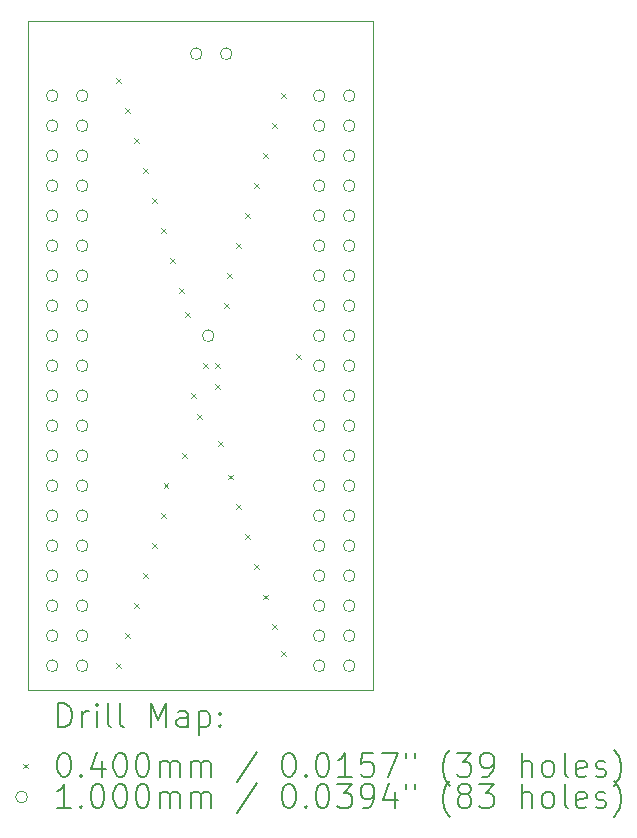
<source format=gbr>
%TF.GenerationSoftware,KiCad,Pcbnew,7.0.10*%
%TF.CreationDate,2024-08-03T14:28:46+12:00*%
%TF.ProjectId,Z80 Bus Adapter,5a383020-4275-4732-9041-646170746572,rev?*%
%TF.SameCoordinates,Original*%
%TF.FileFunction,Drillmap*%
%TF.FilePolarity,Positive*%
%FSLAX45Y45*%
G04 Gerber Fmt 4.5, Leading zero omitted, Abs format (unit mm)*
G04 Created by KiCad (PCBNEW 7.0.10) date 2024-08-03 14:28:46*
%MOMM*%
%LPD*%
G01*
G04 APERTURE LIST*
%ADD10C,0.100000*%
%ADD11C,0.200000*%
G04 APERTURE END LIST*
D10*
X9601200Y-9220200D02*
X9601200Y-3556000D01*
X9601200Y-3556000D02*
X12522200Y-3556000D01*
X12522200Y-9220200D02*
X9601200Y-9220200D01*
X12522200Y-3556000D02*
X12522200Y-9220200D01*
D11*
D10*
X10343200Y-4044000D02*
X10383200Y-4084000D01*
X10383200Y-4044000D02*
X10343200Y-4084000D01*
X10343200Y-8997000D02*
X10383200Y-9037000D01*
X10383200Y-8997000D02*
X10343200Y-9037000D01*
X10419400Y-4298000D02*
X10459400Y-4338000D01*
X10459400Y-4298000D02*
X10419400Y-4338000D01*
X10419400Y-8743000D02*
X10459400Y-8783000D01*
X10459400Y-8743000D02*
X10419400Y-8783000D01*
X10495600Y-4552000D02*
X10535600Y-4592000D01*
X10535600Y-4552000D02*
X10495600Y-4592000D01*
X10495600Y-8489000D02*
X10535600Y-8529000D01*
X10535600Y-8489000D02*
X10495600Y-8529000D01*
X10571800Y-4806000D02*
X10611800Y-4846000D01*
X10611800Y-4806000D02*
X10571800Y-4846000D01*
X10571800Y-8235000D02*
X10611800Y-8275000D01*
X10611800Y-8235000D02*
X10571800Y-8275000D01*
X10648000Y-5060000D02*
X10688000Y-5100000D01*
X10688000Y-5060000D02*
X10648000Y-5100000D01*
X10648000Y-7981000D02*
X10688000Y-8021000D01*
X10688000Y-7981000D02*
X10648000Y-8021000D01*
X10724200Y-5314000D02*
X10764200Y-5354000D01*
X10764200Y-5314000D02*
X10724200Y-5354000D01*
X10724200Y-7727000D02*
X10764200Y-7767000D01*
X10764200Y-7727000D02*
X10724200Y-7767000D01*
X10747750Y-7471150D02*
X10787750Y-7511150D01*
X10787750Y-7471150D02*
X10747750Y-7511150D01*
X10800400Y-5568000D02*
X10840400Y-5608000D01*
X10840400Y-5568000D02*
X10800400Y-5608000D01*
X10876600Y-5822000D02*
X10916600Y-5862000D01*
X10916600Y-5822000D02*
X10876600Y-5862000D01*
X10902000Y-7219000D02*
X10942000Y-7259000D01*
X10942000Y-7219000D02*
X10902000Y-7259000D01*
X10927400Y-6025200D02*
X10967400Y-6065200D01*
X10967400Y-6025200D02*
X10927400Y-6065200D01*
X10978200Y-6711000D02*
X11018200Y-6751000D01*
X11018200Y-6711000D02*
X10978200Y-6751000D01*
X11029000Y-6888800D02*
X11069000Y-6928800D01*
X11069000Y-6888800D02*
X11029000Y-6928800D01*
X11079800Y-6457000D02*
X11119800Y-6497000D01*
X11119800Y-6457000D02*
X11079800Y-6497000D01*
X11181400Y-6457000D02*
X11221400Y-6497000D01*
X11221400Y-6457000D02*
X11181400Y-6497000D01*
X11181400Y-6634800D02*
X11221400Y-6674800D01*
X11221400Y-6634800D02*
X11181400Y-6674800D01*
X11206800Y-7117400D02*
X11246800Y-7157400D01*
X11246800Y-7117400D02*
X11206800Y-7157400D01*
X11257600Y-5949000D02*
X11297600Y-5989000D01*
X11297600Y-5949000D02*
X11257600Y-5989000D01*
X11283000Y-5695000D02*
X11323000Y-5735000D01*
X11323000Y-5695000D02*
X11283000Y-5735000D01*
X11295700Y-7400500D02*
X11335700Y-7440500D01*
X11335700Y-7400500D02*
X11295700Y-7440500D01*
X11359200Y-5441000D02*
X11399200Y-5481000D01*
X11399200Y-5441000D02*
X11359200Y-5481000D01*
X11359200Y-7650800D02*
X11399200Y-7690800D01*
X11399200Y-7650800D02*
X11359200Y-7690800D01*
X11435400Y-5187000D02*
X11475400Y-5227000D01*
X11475400Y-5187000D02*
X11435400Y-5227000D01*
X11435400Y-7904800D02*
X11475400Y-7944800D01*
X11475400Y-7904800D02*
X11435400Y-7944800D01*
X11511600Y-4933000D02*
X11551600Y-4973000D01*
X11551600Y-4933000D02*
X11511600Y-4973000D01*
X11511600Y-8158800D02*
X11551600Y-8198800D01*
X11551600Y-8158800D02*
X11511600Y-8198800D01*
X11587800Y-4679000D02*
X11627800Y-4719000D01*
X11627800Y-4679000D02*
X11587800Y-4719000D01*
X11587800Y-8416500D02*
X11627800Y-8456500D01*
X11627800Y-8416500D02*
X11587800Y-8456500D01*
X11664000Y-4425000D02*
X11704000Y-4465000D01*
X11704000Y-4425000D02*
X11664000Y-4465000D01*
X11664000Y-8666800D02*
X11704000Y-8706800D01*
X11704000Y-8666800D02*
X11664000Y-8706800D01*
X11740200Y-4171000D02*
X11780200Y-4211000D01*
X11780200Y-4171000D02*
X11740200Y-4211000D01*
X11740200Y-8895400D02*
X11780200Y-8935400D01*
X11780200Y-8895400D02*
X11740200Y-8935400D01*
X11867200Y-6380800D02*
X11907200Y-6420800D01*
X11907200Y-6380800D02*
X11867200Y-6420800D01*
X9854400Y-4191000D02*
G75*
G03*
X9754400Y-4191000I-50000J0D01*
G01*
X9754400Y-4191000D02*
G75*
G03*
X9854400Y-4191000I50000J0D01*
G01*
X9854400Y-4445000D02*
G75*
G03*
X9754400Y-4445000I-50000J0D01*
G01*
X9754400Y-4445000D02*
G75*
G03*
X9854400Y-4445000I50000J0D01*
G01*
X9854400Y-4699000D02*
G75*
G03*
X9754400Y-4699000I-50000J0D01*
G01*
X9754400Y-4699000D02*
G75*
G03*
X9854400Y-4699000I50000J0D01*
G01*
X9854400Y-4953000D02*
G75*
G03*
X9754400Y-4953000I-50000J0D01*
G01*
X9754400Y-4953000D02*
G75*
G03*
X9854400Y-4953000I50000J0D01*
G01*
X9854400Y-5207000D02*
G75*
G03*
X9754400Y-5207000I-50000J0D01*
G01*
X9754400Y-5207000D02*
G75*
G03*
X9854400Y-5207000I50000J0D01*
G01*
X9854400Y-5461000D02*
G75*
G03*
X9754400Y-5461000I-50000J0D01*
G01*
X9754400Y-5461000D02*
G75*
G03*
X9854400Y-5461000I50000J0D01*
G01*
X9854400Y-5715000D02*
G75*
G03*
X9754400Y-5715000I-50000J0D01*
G01*
X9754400Y-5715000D02*
G75*
G03*
X9854400Y-5715000I50000J0D01*
G01*
X9854400Y-5969000D02*
G75*
G03*
X9754400Y-5969000I-50000J0D01*
G01*
X9754400Y-5969000D02*
G75*
G03*
X9854400Y-5969000I50000J0D01*
G01*
X9854400Y-6223000D02*
G75*
G03*
X9754400Y-6223000I-50000J0D01*
G01*
X9754400Y-6223000D02*
G75*
G03*
X9854400Y-6223000I50000J0D01*
G01*
X9854400Y-6477000D02*
G75*
G03*
X9754400Y-6477000I-50000J0D01*
G01*
X9754400Y-6477000D02*
G75*
G03*
X9854400Y-6477000I50000J0D01*
G01*
X9854400Y-6731000D02*
G75*
G03*
X9754400Y-6731000I-50000J0D01*
G01*
X9754400Y-6731000D02*
G75*
G03*
X9854400Y-6731000I50000J0D01*
G01*
X9854400Y-6985000D02*
G75*
G03*
X9754400Y-6985000I-50000J0D01*
G01*
X9754400Y-6985000D02*
G75*
G03*
X9854400Y-6985000I50000J0D01*
G01*
X9854400Y-7239000D02*
G75*
G03*
X9754400Y-7239000I-50000J0D01*
G01*
X9754400Y-7239000D02*
G75*
G03*
X9854400Y-7239000I50000J0D01*
G01*
X9854400Y-7493000D02*
G75*
G03*
X9754400Y-7493000I-50000J0D01*
G01*
X9754400Y-7493000D02*
G75*
G03*
X9854400Y-7493000I50000J0D01*
G01*
X9854400Y-7747000D02*
G75*
G03*
X9754400Y-7747000I-50000J0D01*
G01*
X9754400Y-7747000D02*
G75*
G03*
X9854400Y-7747000I50000J0D01*
G01*
X9854400Y-8001000D02*
G75*
G03*
X9754400Y-8001000I-50000J0D01*
G01*
X9754400Y-8001000D02*
G75*
G03*
X9854400Y-8001000I50000J0D01*
G01*
X9854400Y-8255000D02*
G75*
G03*
X9754400Y-8255000I-50000J0D01*
G01*
X9754400Y-8255000D02*
G75*
G03*
X9854400Y-8255000I50000J0D01*
G01*
X9854400Y-8509000D02*
G75*
G03*
X9754400Y-8509000I-50000J0D01*
G01*
X9754400Y-8509000D02*
G75*
G03*
X9854400Y-8509000I50000J0D01*
G01*
X9854400Y-8763000D02*
G75*
G03*
X9754400Y-8763000I-50000J0D01*
G01*
X9754400Y-8763000D02*
G75*
G03*
X9854400Y-8763000I50000J0D01*
G01*
X9854400Y-9017000D02*
G75*
G03*
X9754400Y-9017000I-50000J0D01*
G01*
X9754400Y-9017000D02*
G75*
G03*
X9854400Y-9017000I50000J0D01*
G01*
X10108400Y-4191000D02*
G75*
G03*
X10008400Y-4191000I-50000J0D01*
G01*
X10008400Y-4191000D02*
G75*
G03*
X10108400Y-4191000I50000J0D01*
G01*
X10108400Y-4445000D02*
G75*
G03*
X10008400Y-4445000I-50000J0D01*
G01*
X10008400Y-4445000D02*
G75*
G03*
X10108400Y-4445000I50000J0D01*
G01*
X10108400Y-4699000D02*
G75*
G03*
X10008400Y-4699000I-50000J0D01*
G01*
X10008400Y-4699000D02*
G75*
G03*
X10108400Y-4699000I50000J0D01*
G01*
X10108400Y-4953000D02*
G75*
G03*
X10008400Y-4953000I-50000J0D01*
G01*
X10008400Y-4953000D02*
G75*
G03*
X10108400Y-4953000I50000J0D01*
G01*
X10108400Y-5207000D02*
G75*
G03*
X10008400Y-5207000I-50000J0D01*
G01*
X10008400Y-5207000D02*
G75*
G03*
X10108400Y-5207000I50000J0D01*
G01*
X10108400Y-5461000D02*
G75*
G03*
X10008400Y-5461000I-50000J0D01*
G01*
X10008400Y-5461000D02*
G75*
G03*
X10108400Y-5461000I50000J0D01*
G01*
X10108400Y-5715000D02*
G75*
G03*
X10008400Y-5715000I-50000J0D01*
G01*
X10008400Y-5715000D02*
G75*
G03*
X10108400Y-5715000I50000J0D01*
G01*
X10108400Y-5969000D02*
G75*
G03*
X10008400Y-5969000I-50000J0D01*
G01*
X10008400Y-5969000D02*
G75*
G03*
X10108400Y-5969000I50000J0D01*
G01*
X10108400Y-6223000D02*
G75*
G03*
X10008400Y-6223000I-50000J0D01*
G01*
X10008400Y-6223000D02*
G75*
G03*
X10108400Y-6223000I50000J0D01*
G01*
X10108400Y-6477000D02*
G75*
G03*
X10008400Y-6477000I-50000J0D01*
G01*
X10008400Y-6477000D02*
G75*
G03*
X10108400Y-6477000I50000J0D01*
G01*
X10108400Y-6731000D02*
G75*
G03*
X10008400Y-6731000I-50000J0D01*
G01*
X10008400Y-6731000D02*
G75*
G03*
X10108400Y-6731000I50000J0D01*
G01*
X10108400Y-6985000D02*
G75*
G03*
X10008400Y-6985000I-50000J0D01*
G01*
X10008400Y-6985000D02*
G75*
G03*
X10108400Y-6985000I50000J0D01*
G01*
X10108400Y-7239000D02*
G75*
G03*
X10008400Y-7239000I-50000J0D01*
G01*
X10008400Y-7239000D02*
G75*
G03*
X10108400Y-7239000I50000J0D01*
G01*
X10108400Y-7493000D02*
G75*
G03*
X10008400Y-7493000I-50000J0D01*
G01*
X10008400Y-7493000D02*
G75*
G03*
X10108400Y-7493000I50000J0D01*
G01*
X10108400Y-7747000D02*
G75*
G03*
X10008400Y-7747000I-50000J0D01*
G01*
X10008400Y-7747000D02*
G75*
G03*
X10108400Y-7747000I50000J0D01*
G01*
X10108400Y-8001000D02*
G75*
G03*
X10008400Y-8001000I-50000J0D01*
G01*
X10008400Y-8001000D02*
G75*
G03*
X10108400Y-8001000I50000J0D01*
G01*
X10108400Y-8255000D02*
G75*
G03*
X10008400Y-8255000I-50000J0D01*
G01*
X10008400Y-8255000D02*
G75*
G03*
X10108400Y-8255000I50000J0D01*
G01*
X10108400Y-8509000D02*
G75*
G03*
X10008400Y-8509000I-50000J0D01*
G01*
X10008400Y-8509000D02*
G75*
G03*
X10108400Y-8509000I50000J0D01*
G01*
X10108400Y-8763000D02*
G75*
G03*
X10008400Y-8763000I-50000J0D01*
G01*
X10008400Y-8763000D02*
G75*
G03*
X10108400Y-8763000I50000J0D01*
G01*
X10108400Y-9017000D02*
G75*
G03*
X10008400Y-9017000I-50000J0D01*
G01*
X10008400Y-9017000D02*
G75*
G03*
X10108400Y-9017000I50000J0D01*
G01*
X11073600Y-3835400D02*
G75*
G03*
X10973600Y-3835400I-50000J0D01*
G01*
X10973600Y-3835400D02*
G75*
G03*
X11073600Y-3835400I50000J0D01*
G01*
X11175200Y-6223000D02*
G75*
G03*
X11075200Y-6223000I-50000J0D01*
G01*
X11075200Y-6223000D02*
G75*
G03*
X11175200Y-6223000I50000J0D01*
G01*
X11327600Y-3835400D02*
G75*
G03*
X11227600Y-3835400I-50000J0D01*
G01*
X11227600Y-3835400D02*
G75*
G03*
X11327600Y-3835400I50000J0D01*
G01*
X12115000Y-4191000D02*
G75*
G03*
X12015000Y-4191000I-50000J0D01*
G01*
X12015000Y-4191000D02*
G75*
G03*
X12115000Y-4191000I50000J0D01*
G01*
X12115000Y-4445000D02*
G75*
G03*
X12015000Y-4445000I-50000J0D01*
G01*
X12015000Y-4445000D02*
G75*
G03*
X12115000Y-4445000I50000J0D01*
G01*
X12115000Y-4699000D02*
G75*
G03*
X12015000Y-4699000I-50000J0D01*
G01*
X12015000Y-4699000D02*
G75*
G03*
X12115000Y-4699000I50000J0D01*
G01*
X12115000Y-4953000D02*
G75*
G03*
X12015000Y-4953000I-50000J0D01*
G01*
X12015000Y-4953000D02*
G75*
G03*
X12115000Y-4953000I50000J0D01*
G01*
X12115000Y-5207000D02*
G75*
G03*
X12015000Y-5207000I-50000J0D01*
G01*
X12015000Y-5207000D02*
G75*
G03*
X12115000Y-5207000I50000J0D01*
G01*
X12115000Y-5461000D02*
G75*
G03*
X12015000Y-5461000I-50000J0D01*
G01*
X12015000Y-5461000D02*
G75*
G03*
X12115000Y-5461000I50000J0D01*
G01*
X12115000Y-5715000D02*
G75*
G03*
X12015000Y-5715000I-50000J0D01*
G01*
X12015000Y-5715000D02*
G75*
G03*
X12115000Y-5715000I50000J0D01*
G01*
X12115000Y-5969000D02*
G75*
G03*
X12015000Y-5969000I-50000J0D01*
G01*
X12015000Y-5969000D02*
G75*
G03*
X12115000Y-5969000I50000J0D01*
G01*
X12115000Y-6223000D02*
G75*
G03*
X12015000Y-6223000I-50000J0D01*
G01*
X12015000Y-6223000D02*
G75*
G03*
X12115000Y-6223000I50000J0D01*
G01*
X12115000Y-6477000D02*
G75*
G03*
X12015000Y-6477000I-50000J0D01*
G01*
X12015000Y-6477000D02*
G75*
G03*
X12115000Y-6477000I50000J0D01*
G01*
X12115000Y-6731000D02*
G75*
G03*
X12015000Y-6731000I-50000J0D01*
G01*
X12015000Y-6731000D02*
G75*
G03*
X12115000Y-6731000I50000J0D01*
G01*
X12115000Y-6985000D02*
G75*
G03*
X12015000Y-6985000I-50000J0D01*
G01*
X12015000Y-6985000D02*
G75*
G03*
X12115000Y-6985000I50000J0D01*
G01*
X12115000Y-7239000D02*
G75*
G03*
X12015000Y-7239000I-50000J0D01*
G01*
X12015000Y-7239000D02*
G75*
G03*
X12115000Y-7239000I50000J0D01*
G01*
X12115000Y-7493000D02*
G75*
G03*
X12015000Y-7493000I-50000J0D01*
G01*
X12015000Y-7493000D02*
G75*
G03*
X12115000Y-7493000I50000J0D01*
G01*
X12115000Y-7747000D02*
G75*
G03*
X12015000Y-7747000I-50000J0D01*
G01*
X12015000Y-7747000D02*
G75*
G03*
X12115000Y-7747000I50000J0D01*
G01*
X12115000Y-8001000D02*
G75*
G03*
X12015000Y-8001000I-50000J0D01*
G01*
X12015000Y-8001000D02*
G75*
G03*
X12115000Y-8001000I50000J0D01*
G01*
X12115000Y-8255000D02*
G75*
G03*
X12015000Y-8255000I-50000J0D01*
G01*
X12015000Y-8255000D02*
G75*
G03*
X12115000Y-8255000I50000J0D01*
G01*
X12115000Y-8509000D02*
G75*
G03*
X12015000Y-8509000I-50000J0D01*
G01*
X12015000Y-8509000D02*
G75*
G03*
X12115000Y-8509000I50000J0D01*
G01*
X12115000Y-8763000D02*
G75*
G03*
X12015000Y-8763000I-50000J0D01*
G01*
X12015000Y-8763000D02*
G75*
G03*
X12115000Y-8763000I50000J0D01*
G01*
X12115000Y-9017000D02*
G75*
G03*
X12015000Y-9017000I-50000J0D01*
G01*
X12015000Y-9017000D02*
G75*
G03*
X12115000Y-9017000I50000J0D01*
G01*
X12369000Y-4191000D02*
G75*
G03*
X12269000Y-4191000I-50000J0D01*
G01*
X12269000Y-4191000D02*
G75*
G03*
X12369000Y-4191000I50000J0D01*
G01*
X12369000Y-4445000D02*
G75*
G03*
X12269000Y-4445000I-50000J0D01*
G01*
X12269000Y-4445000D02*
G75*
G03*
X12369000Y-4445000I50000J0D01*
G01*
X12369000Y-4699000D02*
G75*
G03*
X12269000Y-4699000I-50000J0D01*
G01*
X12269000Y-4699000D02*
G75*
G03*
X12369000Y-4699000I50000J0D01*
G01*
X12369000Y-4953000D02*
G75*
G03*
X12269000Y-4953000I-50000J0D01*
G01*
X12269000Y-4953000D02*
G75*
G03*
X12369000Y-4953000I50000J0D01*
G01*
X12369000Y-5207000D02*
G75*
G03*
X12269000Y-5207000I-50000J0D01*
G01*
X12269000Y-5207000D02*
G75*
G03*
X12369000Y-5207000I50000J0D01*
G01*
X12369000Y-5461000D02*
G75*
G03*
X12269000Y-5461000I-50000J0D01*
G01*
X12269000Y-5461000D02*
G75*
G03*
X12369000Y-5461000I50000J0D01*
G01*
X12369000Y-5715000D02*
G75*
G03*
X12269000Y-5715000I-50000J0D01*
G01*
X12269000Y-5715000D02*
G75*
G03*
X12369000Y-5715000I50000J0D01*
G01*
X12369000Y-5969000D02*
G75*
G03*
X12269000Y-5969000I-50000J0D01*
G01*
X12269000Y-5969000D02*
G75*
G03*
X12369000Y-5969000I50000J0D01*
G01*
X12369000Y-6223000D02*
G75*
G03*
X12269000Y-6223000I-50000J0D01*
G01*
X12269000Y-6223000D02*
G75*
G03*
X12369000Y-6223000I50000J0D01*
G01*
X12369000Y-6477000D02*
G75*
G03*
X12269000Y-6477000I-50000J0D01*
G01*
X12269000Y-6477000D02*
G75*
G03*
X12369000Y-6477000I50000J0D01*
G01*
X12369000Y-6731000D02*
G75*
G03*
X12269000Y-6731000I-50000J0D01*
G01*
X12269000Y-6731000D02*
G75*
G03*
X12369000Y-6731000I50000J0D01*
G01*
X12369000Y-6985000D02*
G75*
G03*
X12269000Y-6985000I-50000J0D01*
G01*
X12269000Y-6985000D02*
G75*
G03*
X12369000Y-6985000I50000J0D01*
G01*
X12369000Y-7239000D02*
G75*
G03*
X12269000Y-7239000I-50000J0D01*
G01*
X12269000Y-7239000D02*
G75*
G03*
X12369000Y-7239000I50000J0D01*
G01*
X12369000Y-7493000D02*
G75*
G03*
X12269000Y-7493000I-50000J0D01*
G01*
X12269000Y-7493000D02*
G75*
G03*
X12369000Y-7493000I50000J0D01*
G01*
X12369000Y-7747000D02*
G75*
G03*
X12269000Y-7747000I-50000J0D01*
G01*
X12269000Y-7747000D02*
G75*
G03*
X12369000Y-7747000I50000J0D01*
G01*
X12369000Y-8001000D02*
G75*
G03*
X12269000Y-8001000I-50000J0D01*
G01*
X12269000Y-8001000D02*
G75*
G03*
X12369000Y-8001000I50000J0D01*
G01*
X12369000Y-8255000D02*
G75*
G03*
X12269000Y-8255000I-50000J0D01*
G01*
X12269000Y-8255000D02*
G75*
G03*
X12369000Y-8255000I50000J0D01*
G01*
X12369000Y-8509000D02*
G75*
G03*
X12269000Y-8509000I-50000J0D01*
G01*
X12269000Y-8509000D02*
G75*
G03*
X12369000Y-8509000I50000J0D01*
G01*
X12369000Y-8763000D02*
G75*
G03*
X12269000Y-8763000I-50000J0D01*
G01*
X12269000Y-8763000D02*
G75*
G03*
X12369000Y-8763000I50000J0D01*
G01*
X12369000Y-9017000D02*
G75*
G03*
X12269000Y-9017000I-50000J0D01*
G01*
X12269000Y-9017000D02*
G75*
G03*
X12369000Y-9017000I50000J0D01*
G01*
D11*
X9856977Y-9536684D02*
X9856977Y-9336684D01*
X9856977Y-9336684D02*
X9904596Y-9336684D01*
X9904596Y-9336684D02*
X9933167Y-9346208D01*
X9933167Y-9346208D02*
X9952215Y-9365255D01*
X9952215Y-9365255D02*
X9961739Y-9384303D01*
X9961739Y-9384303D02*
X9971263Y-9422398D01*
X9971263Y-9422398D02*
X9971263Y-9450970D01*
X9971263Y-9450970D02*
X9961739Y-9489065D01*
X9961739Y-9489065D02*
X9952215Y-9508112D01*
X9952215Y-9508112D02*
X9933167Y-9527160D01*
X9933167Y-9527160D02*
X9904596Y-9536684D01*
X9904596Y-9536684D02*
X9856977Y-9536684D01*
X10056977Y-9536684D02*
X10056977Y-9403350D01*
X10056977Y-9441446D02*
X10066501Y-9422398D01*
X10066501Y-9422398D02*
X10076024Y-9412874D01*
X10076024Y-9412874D02*
X10095072Y-9403350D01*
X10095072Y-9403350D02*
X10114120Y-9403350D01*
X10180786Y-9536684D02*
X10180786Y-9403350D01*
X10180786Y-9336684D02*
X10171263Y-9346208D01*
X10171263Y-9346208D02*
X10180786Y-9355731D01*
X10180786Y-9355731D02*
X10190310Y-9346208D01*
X10190310Y-9346208D02*
X10180786Y-9336684D01*
X10180786Y-9336684D02*
X10180786Y-9355731D01*
X10304596Y-9536684D02*
X10285548Y-9527160D01*
X10285548Y-9527160D02*
X10276024Y-9508112D01*
X10276024Y-9508112D02*
X10276024Y-9336684D01*
X10409358Y-9536684D02*
X10390310Y-9527160D01*
X10390310Y-9527160D02*
X10380786Y-9508112D01*
X10380786Y-9508112D02*
X10380786Y-9336684D01*
X10637929Y-9536684D02*
X10637929Y-9336684D01*
X10637929Y-9336684D02*
X10704596Y-9479541D01*
X10704596Y-9479541D02*
X10771263Y-9336684D01*
X10771263Y-9336684D02*
X10771263Y-9536684D01*
X10952215Y-9536684D02*
X10952215Y-9431922D01*
X10952215Y-9431922D02*
X10942691Y-9412874D01*
X10942691Y-9412874D02*
X10923644Y-9403350D01*
X10923644Y-9403350D02*
X10885548Y-9403350D01*
X10885548Y-9403350D02*
X10866501Y-9412874D01*
X10952215Y-9527160D02*
X10933167Y-9536684D01*
X10933167Y-9536684D02*
X10885548Y-9536684D01*
X10885548Y-9536684D02*
X10866501Y-9527160D01*
X10866501Y-9527160D02*
X10856977Y-9508112D01*
X10856977Y-9508112D02*
X10856977Y-9489065D01*
X10856977Y-9489065D02*
X10866501Y-9470017D01*
X10866501Y-9470017D02*
X10885548Y-9460493D01*
X10885548Y-9460493D02*
X10933167Y-9460493D01*
X10933167Y-9460493D02*
X10952215Y-9450970D01*
X11047453Y-9403350D02*
X11047453Y-9603350D01*
X11047453Y-9412874D02*
X11066501Y-9403350D01*
X11066501Y-9403350D02*
X11104596Y-9403350D01*
X11104596Y-9403350D02*
X11123644Y-9412874D01*
X11123644Y-9412874D02*
X11133167Y-9422398D01*
X11133167Y-9422398D02*
X11142691Y-9441446D01*
X11142691Y-9441446D02*
X11142691Y-9498589D01*
X11142691Y-9498589D02*
X11133167Y-9517636D01*
X11133167Y-9517636D02*
X11123644Y-9527160D01*
X11123644Y-9527160D02*
X11104596Y-9536684D01*
X11104596Y-9536684D02*
X11066501Y-9536684D01*
X11066501Y-9536684D02*
X11047453Y-9527160D01*
X11228405Y-9517636D02*
X11237929Y-9527160D01*
X11237929Y-9527160D02*
X11228405Y-9536684D01*
X11228405Y-9536684D02*
X11218882Y-9527160D01*
X11218882Y-9527160D02*
X11228405Y-9517636D01*
X11228405Y-9517636D02*
X11228405Y-9536684D01*
X11228405Y-9412874D02*
X11237929Y-9422398D01*
X11237929Y-9422398D02*
X11228405Y-9431922D01*
X11228405Y-9431922D02*
X11218882Y-9422398D01*
X11218882Y-9422398D02*
X11228405Y-9412874D01*
X11228405Y-9412874D02*
X11228405Y-9431922D01*
D10*
X9556200Y-9845200D02*
X9596200Y-9885200D01*
X9596200Y-9845200D02*
X9556200Y-9885200D01*
D11*
X9895072Y-9756684D02*
X9914120Y-9756684D01*
X9914120Y-9756684D02*
X9933167Y-9766208D01*
X9933167Y-9766208D02*
X9942691Y-9775731D01*
X9942691Y-9775731D02*
X9952215Y-9794779D01*
X9952215Y-9794779D02*
X9961739Y-9832874D01*
X9961739Y-9832874D02*
X9961739Y-9880493D01*
X9961739Y-9880493D02*
X9952215Y-9918589D01*
X9952215Y-9918589D02*
X9942691Y-9937636D01*
X9942691Y-9937636D02*
X9933167Y-9947160D01*
X9933167Y-9947160D02*
X9914120Y-9956684D01*
X9914120Y-9956684D02*
X9895072Y-9956684D01*
X9895072Y-9956684D02*
X9876024Y-9947160D01*
X9876024Y-9947160D02*
X9866501Y-9937636D01*
X9866501Y-9937636D02*
X9856977Y-9918589D01*
X9856977Y-9918589D02*
X9847453Y-9880493D01*
X9847453Y-9880493D02*
X9847453Y-9832874D01*
X9847453Y-9832874D02*
X9856977Y-9794779D01*
X9856977Y-9794779D02*
X9866501Y-9775731D01*
X9866501Y-9775731D02*
X9876024Y-9766208D01*
X9876024Y-9766208D02*
X9895072Y-9756684D01*
X10047453Y-9937636D02*
X10056977Y-9947160D01*
X10056977Y-9947160D02*
X10047453Y-9956684D01*
X10047453Y-9956684D02*
X10037929Y-9947160D01*
X10037929Y-9947160D02*
X10047453Y-9937636D01*
X10047453Y-9937636D02*
X10047453Y-9956684D01*
X10228405Y-9823350D02*
X10228405Y-9956684D01*
X10180786Y-9747160D02*
X10133167Y-9890017D01*
X10133167Y-9890017D02*
X10256977Y-9890017D01*
X10371263Y-9756684D02*
X10390310Y-9756684D01*
X10390310Y-9756684D02*
X10409358Y-9766208D01*
X10409358Y-9766208D02*
X10418882Y-9775731D01*
X10418882Y-9775731D02*
X10428405Y-9794779D01*
X10428405Y-9794779D02*
X10437929Y-9832874D01*
X10437929Y-9832874D02*
X10437929Y-9880493D01*
X10437929Y-9880493D02*
X10428405Y-9918589D01*
X10428405Y-9918589D02*
X10418882Y-9937636D01*
X10418882Y-9937636D02*
X10409358Y-9947160D01*
X10409358Y-9947160D02*
X10390310Y-9956684D01*
X10390310Y-9956684D02*
X10371263Y-9956684D01*
X10371263Y-9956684D02*
X10352215Y-9947160D01*
X10352215Y-9947160D02*
X10342691Y-9937636D01*
X10342691Y-9937636D02*
X10333167Y-9918589D01*
X10333167Y-9918589D02*
X10323644Y-9880493D01*
X10323644Y-9880493D02*
X10323644Y-9832874D01*
X10323644Y-9832874D02*
X10333167Y-9794779D01*
X10333167Y-9794779D02*
X10342691Y-9775731D01*
X10342691Y-9775731D02*
X10352215Y-9766208D01*
X10352215Y-9766208D02*
X10371263Y-9756684D01*
X10561739Y-9756684D02*
X10580786Y-9756684D01*
X10580786Y-9756684D02*
X10599834Y-9766208D01*
X10599834Y-9766208D02*
X10609358Y-9775731D01*
X10609358Y-9775731D02*
X10618882Y-9794779D01*
X10618882Y-9794779D02*
X10628405Y-9832874D01*
X10628405Y-9832874D02*
X10628405Y-9880493D01*
X10628405Y-9880493D02*
X10618882Y-9918589D01*
X10618882Y-9918589D02*
X10609358Y-9937636D01*
X10609358Y-9937636D02*
X10599834Y-9947160D01*
X10599834Y-9947160D02*
X10580786Y-9956684D01*
X10580786Y-9956684D02*
X10561739Y-9956684D01*
X10561739Y-9956684D02*
X10542691Y-9947160D01*
X10542691Y-9947160D02*
X10533167Y-9937636D01*
X10533167Y-9937636D02*
X10523644Y-9918589D01*
X10523644Y-9918589D02*
X10514120Y-9880493D01*
X10514120Y-9880493D02*
X10514120Y-9832874D01*
X10514120Y-9832874D02*
X10523644Y-9794779D01*
X10523644Y-9794779D02*
X10533167Y-9775731D01*
X10533167Y-9775731D02*
X10542691Y-9766208D01*
X10542691Y-9766208D02*
X10561739Y-9756684D01*
X10714120Y-9956684D02*
X10714120Y-9823350D01*
X10714120Y-9842398D02*
X10723644Y-9832874D01*
X10723644Y-9832874D02*
X10742691Y-9823350D01*
X10742691Y-9823350D02*
X10771263Y-9823350D01*
X10771263Y-9823350D02*
X10790310Y-9832874D01*
X10790310Y-9832874D02*
X10799834Y-9851922D01*
X10799834Y-9851922D02*
X10799834Y-9956684D01*
X10799834Y-9851922D02*
X10809358Y-9832874D01*
X10809358Y-9832874D02*
X10828405Y-9823350D01*
X10828405Y-9823350D02*
X10856977Y-9823350D01*
X10856977Y-9823350D02*
X10876025Y-9832874D01*
X10876025Y-9832874D02*
X10885548Y-9851922D01*
X10885548Y-9851922D02*
X10885548Y-9956684D01*
X10980786Y-9956684D02*
X10980786Y-9823350D01*
X10980786Y-9842398D02*
X10990310Y-9832874D01*
X10990310Y-9832874D02*
X11009358Y-9823350D01*
X11009358Y-9823350D02*
X11037929Y-9823350D01*
X11037929Y-9823350D02*
X11056977Y-9832874D01*
X11056977Y-9832874D02*
X11066501Y-9851922D01*
X11066501Y-9851922D02*
X11066501Y-9956684D01*
X11066501Y-9851922D02*
X11076025Y-9832874D01*
X11076025Y-9832874D02*
X11095072Y-9823350D01*
X11095072Y-9823350D02*
X11123644Y-9823350D01*
X11123644Y-9823350D02*
X11142691Y-9832874D01*
X11142691Y-9832874D02*
X11152215Y-9851922D01*
X11152215Y-9851922D02*
X11152215Y-9956684D01*
X11542691Y-9747160D02*
X11371263Y-10004303D01*
X11799834Y-9756684D02*
X11818882Y-9756684D01*
X11818882Y-9756684D02*
X11837929Y-9766208D01*
X11837929Y-9766208D02*
X11847453Y-9775731D01*
X11847453Y-9775731D02*
X11856977Y-9794779D01*
X11856977Y-9794779D02*
X11866501Y-9832874D01*
X11866501Y-9832874D02*
X11866501Y-9880493D01*
X11866501Y-9880493D02*
X11856977Y-9918589D01*
X11856977Y-9918589D02*
X11847453Y-9937636D01*
X11847453Y-9937636D02*
X11837929Y-9947160D01*
X11837929Y-9947160D02*
X11818882Y-9956684D01*
X11818882Y-9956684D02*
X11799834Y-9956684D01*
X11799834Y-9956684D02*
X11780786Y-9947160D01*
X11780786Y-9947160D02*
X11771263Y-9937636D01*
X11771263Y-9937636D02*
X11761739Y-9918589D01*
X11761739Y-9918589D02*
X11752215Y-9880493D01*
X11752215Y-9880493D02*
X11752215Y-9832874D01*
X11752215Y-9832874D02*
X11761739Y-9794779D01*
X11761739Y-9794779D02*
X11771263Y-9775731D01*
X11771263Y-9775731D02*
X11780786Y-9766208D01*
X11780786Y-9766208D02*
X11799834Y-9756684D01*
X11952215Y-9937636D02*
X11961739Y-9947160D01*
X11961739Y-9947160D02*
X11952215Y-9956684D01*
X11952215Y-9956684D02*
X11942691Y-9947160D01*
X11942691Y-9947160D02*
X11952215Y-9937636D01*
X11952215Y-9937636D02*
X11952215Y-9956684D01*
X12085548Y-9756684D02*
X12104596Y-9756684D01*
X12104596Y-9756684D02*
X12123644Y-9766208D01*
X12123644Y-9766208D02*
X12133167Y-9775731D01*
X12133167Y-9775731D02*
X12142691Y-9794779D01*
X12142691Y-9794779D02*
X12152215Y-9832874D01*
X12152215Y-9832874D02*
X12152215Y-9880493D01*
X12152215Y-9880493D02*
X12142691Y-9918589D01*
X12142691Y-9918589D02*
X12133167Y-9937636D01*
X12133167Y-9937636D02*
X12123644Y-9947160D01*
X12123644Y-9947160D02*
X12104596Y-9956684D01*
X12104596Y-9956684D02*
X12085548Y-9956684D01*
X12085548Y-9956684D02*
X12066501Y-9947160D01*
X12066501Y-9947160D02*
X12056977Y-9937636D01*
X12056977Y-9937636D02*
X12047453Y-9918589D01*
X12047453Y-9918589D02*
X12037929Y-9880493D01*
X12037929Y-9880493D02*
X12037929Y-9832874D01*
X12037929Y-9832874D02*
X12047453Y-9794779D01*
X12047453Y-9794779D02*
X12056977Y-9775731D01*
X12056977Y-9775731D02*
X12066501Y-9766208D01*
X12066501Y-9766208D02*
X12085548Y-9756684D01*
X12342691Y-9956684D02*
X12228406Y-9956684D01*
X12285548Y-9956684D02*
X12285548Y-9756684D01*
X12285548Y-9756684D02*
X12266501Y-9785255D01*
X12266501Y-9785255D02*
X12247453Y-9804303D01*
X12247453Y-9804303D02*
X12228406Y-9813827D01*
X12523644Y-9756684D02*
X12428406Y-9756684D01*
X12428406Y-9756684D02*
X12418882Y-9851922D01*
X12418882Y-9851922D02*
X12428406Y-9842398D01*
X12428406Y-9842398D02*
X12447453Y-9832874D01*
X12447453Y-9832874D02*
X12495072Y-9832874D01*
X12495072Y-9832874D02*
X12514120Y-9842398D01*
X12514120Y-9842398D02*
X12523644Y-9851922D01*
X12523644Y-9851922D02*
X12533167Y-9870970D01*
X12533167Y-9870970D02*
X12533167Y-9918589D01*
X12533167Y-9918589D02*
X12523644Y-9937636D01*
X12523644Y-9937636D02*
X12514120Y-9947160D01*
X12514120Y-9947160D02*
X12495072Y-9956684D01*
X12495072Y-9956684D02*
X12447453Y-9956684D01*
X12447453Y-9956684D02*
X12428406Y-9947160D01*
X12428406Y-9947160D02*
X12418882Y-9937636D01*
X12599834Y-9756684D02*
X12733167Y-9756684D01*
X12733167Y-9756684D02*
X12647453Y-9956684D01*
X12799834Y-9756684D02*
X12799834Y-9794779D01*
X12876025Y-9756684D02*
X12876025Y-9794779D01*
X13171263Y-10032874D02*
X13161739Y-10023350D01*
X13161739Y-10023350D02*
X13142691Y-9994779D01*
X13142691Y-9994779D02*
X13133168Y-9975731D01*
X13133168Y-9975731D02*
X13123644Y-9947160D01*
X13123644Y-9947160D02*
X13114120Y-9899541D01*
X13114120Y-9899541D02*
X13114120Y-9861446D01*
X13114120Y-9861446D02*
X13123644Y-9813827D01*
X13123644Y-9813827D02*
X13133168Y-9785255D01*
X13133168Y-9785255D02*
X13142691Y-9766208D01*
X13142691Y-9766208D02*
X13161739Y-9737636D01*
X13161739Y-9737636D02*
X13171263Y-9728112D01*
X13228406Y-9756684D02*
X13352215Y-9756684D01*
X13352215Y-9756684D02*
X13285548Y-9832874D01*
X13285548Y-9832874D02*
X13314120Y-9832874D01*
X13314120Y-9832874D02*
X13333168Y-9842398D01*
X13333168Y-9842398D02*
X13342691Y-9851922D01*
X13342691Y-9851922D02*
X13352215Y-9870970D01*
X13352215Y-9870970D02*
X13352215Y-9918589D01*
X13352215Y-9918589D02*
X13342691Y-9937636D01*
X13342691Y-9937636D02*
X13333168Y-9947160D01*
X13333168Y-9947160D02*
X13314120Y-9956684D01*
X13314120Y-9956684D02*
X13256977Y-9956684D01*
X13256977Y-9956684D02*
X13237929Y-9947160D01*
X13237929Y-9947160D02*
X13228406Y-9937636D01*
X13447453Y-9956684D02*
X13485548Y-9956684D01*
X13485548Y-9956684D02*
X13504596Y-9947160D01*
X13504596Y-9947160D02*
X13514120Y-9937636D01*
X13514120Y-9937636D02*
X13533168Y-9909065D01*
X13533168Y-9909065D02*
X13542691Y-9870970D01*
X13542691Y-9870970D02*
X13542691Y-9794779D01*
X13542691Y-9794779D02*
X13533168Y-9775731D01*
X13533168Y-9775731D02*
X13523644Y-9766208D01*
X13523644Y-9766208D02*
X13504596Y-9756684D01*
X13504596Y-9756684D02*
X13466501Y-9756684D01*
X13466501Y-9756684D02*
X13447453Y-9766208D01*
X13447453Y-9766208D02*
X13437929Y-9775731D01*
X13437929Y-9775731D02*
X13428406Y-9794779D01*
X13428406Y-9794779D02*
X13428406Y-9842398D01*
X13428406Y-9842398D02*
X13437929Y-9861446D01*
X13437929Y-9861446D02*
X13447453Y-9870970D01*
X13447453Y-9870970D02*
X13466501Y-9880493D01*
X13466501Y-9880493D02*
X13504596Y-9880493D01*
X13504596Y-9880493D02*
X13523644Y-9870970D01*
X13523644Y-9870970D02*
X13533168Y-9861446D01*
X13533168Y-9861446D02*
X13542691Y-9842398D01*
X13780787Y-9956684D02*
X13780787Y-9756684D01*
X13866501Y-9956684D02*
X13866501Y-9851922D01*
X13866501Y-9851922D02*
X13856977Y-9832874D01*
X13856977Y-9832874D02*
X13837930Y-9823350D01*
X13837930Y-9823350D02*
X13809358Y-9823350D01*
X13809358Y-9823350D02*
X13790310Y-9832874D01*
X13790310Y-9832874D02*
X13780787Y-9842398D01*
X13990310Y-9956684D02*
X13971263Y-9947160D01*
X13971263Y-9947160D02*
X13961739Y-9937636D01*
X13961739Y-9937636D02*
X13952215Y-9918589D01*
X13952215Y-9918589D02*
X13952215Y-9861446D01*
X13952215Y-9861446D02*
X13961739Y-9842398D01*
X13961739Y-9842398D02*
X13971263Y-9832874D01*
X13971263Y-9832874D02*
X13990310Y-9823350D01*
X13990310Y-9823350D02*
X14018882Y-9823350D01*
X14018882Y-9823350D02*
X14037930Y-9832874D01*
X14037930Y-9832874D02*
X14047453Y-9842398D01*
X14047453Y-9842398D02*
X14056977Y-9861446D01*
X14056977Y-9861446D02*
X14056977Y-9918589D01*
X14056977Y-9918589D02*
X14047453Y-9937636D01*
X14047453Y-9937636D02*
X14037930Y-9947160D01*
X14037930Y-9947160D02*
X14018882Y-9956684D01*
X14018882Y-9956684D02*
X13990310Y-9956684D01*
X14171263Y-9956684D02*
X14152215Y-9947160D01*
X14152215Y-9947160D02*
X14142691Y-9928112D01*
X14142691Y-9928112D02*
X14142691Y-9756684D01*
X14323644Y-9947160D02*
X14304596Y-9956684D01*
X14304596Y-9956684D02*
X14266501Y-9956684D01*
X14266501Y-9956684D02*
X14247453Y-9947160D01*
X14247453Y-9947160D02*
X14237930Y-9928112D01*
X14237930Y-9928112D02*
X14237930Y-9851922D01*
X14237930Y-9851922D02*
X14247453Y-9832874D01*
X14247453Y-9832874D02*
X14266501Y-9823350D01*
X14266501Y-9823350D02*
X14304596Y-9823350D01*
X14304596Y-9823350D02*
X14323644Y-9832874D01*
X14323644Y-9832874D02*
X14333168Y-9851922D01*
X14333168Y-9851922D02*
X14333168Y-9870970D01*
X14333168Y-9870970D02*
X14237930Y-9890017D01*
X14409358Y-9947160D02*
X14428406Y-9956684D01*
X14428406Y-9956684D02*
X14466501Y-9956684D01*
X14466501Y-9956684D02*
X14485549Y-9947160D01*
X14485549Y-9947160D02*
X14495072Y-9928112D01*
X14495072Y-9928112D02*
X14495072Y-9918589D01*
X14495072Y-9918589D02*
X14485549Y-9899541D01*
X14485549Y-9899541D02*
X14466501Y-9890017D01*
X14466501Y-9890017D02*
X14437930Y-9890017D01*
X14437930Y-9890017D02*
X14418882Y-9880493D01*
X14418882Y-9880493D02*
X14409358Y-9861446D01*
X14409358Y-9861446D02*
X14409358Y-9851922D01*
X14409358Y-9851922D02*
X14418882Y-9832874D01*
X14418882Y-9832874D02*
X14437930Y-9823350D01*
X14437930Y-9823350D02*
X14466501Y-9823350D01*
X14466501Y-9823350D02*
X14485549Y-9832874D01*
X14561739Y-10032874D02*
X14571263Y-10023350D01*
X14571263Y-10023350D02*
X14590311Y-9994779D01*
X14590311Y-9994779D02*
X14599834Y-9975731D01*
X14599834Y-9975731D02*
X14609358Y-9947160D01*
X14609358Y-9947160D02*
X14618882Y-9899541D01*
X14618882Y-9899541D02*
X14618882Y-9861446D01*
X14618882Y-9861446D02*
X14609358Y-9813827D01*
X14609358Y-9813827D02*
X14599834Y-9785255D01*
X14599834Y-9785255D02*
X14590311Y-9766208D01*
X14590311Y-9766208D02*
X14571263Y-9737636D01*
X14571263Y-9737636D02*
X14561739Y-9728112D01*
D10*
X9596200Y-10129200D02*
G75*
G03*
X9496200Y-10129200I-50000J0D01*
G01*
X9496200Y-10129200D02*
G75*
G03*
X9596200Y-10129200I50000J0D01*
G01*
D11*
X9961739Y-10220684D02*
X9847453Y-10220684D01*
X9904596Y-10220684D02*
X9904596Y-10020684D01*
X9904596Y-10020684D02*
X9885548Y-10049255D01*
X9885548Y-10049255D02*
X9866501Y-10068303D01*
X9866501Y-10068303D02*
X9847453Y-10077827D01*
X10047453Y-10201636D02*
X10056977Y-10211160D01*
X10056977Y-10211160D02*
X10047453Y-10220684D01*
X10047453Y-10220684D02*
X10037929Y-10211160D01*
X10037929Y-10211160D02*
X10047453Y-10201636D01*
X10047453Y-10201636D02*
X10047453Y-10220684D01*
X10180786Y-10020684D02*
X10199834Y-10020684D01*
X10199834Y-10020684D02*
X10218882Y-10030208D01*
X10218882Y-10030208D02*
X10228405Y-10039731D01*
X10228405Y-10039731D02*
X10237929Y-10058779D01*
X10237929Y-10058779D02*
X10247453Y-10096874D01*
X10247453Y-10096874D02*
X10247453Y-10144493D01*
X10247453Y-10144493D02*
X10237929Y-10182589D01*
X10237929Y-10182589D02*
X10228405Y-10201636D01*
X10228405Y-10201636D02*
X10218882Y-10211160D01*
X10218882Y-10211160D02*
X10199834Y-10220684D01*
X10199834Y-10220684D02*
X10180786Y-10220684D01*
X10180786Y-10220684D02*
X10161739Y-10211160D01*
X10161739Y-10211160D02*
X10152215Y-10201636D01*
X10152215Y-10201636D02*
X10142691Y-10182589D01*
X10142691Y-10182589D02*
X10133167Y-10144493D01*
X10133167Y-10144493D02*
X10133167Y-10096874D01*
X10133167Y-10096874D02*
X10142691Y-10058779D01*
X10142691Y-10058779D02*
X10152215Y-10039731D01*
X10152215Y-10039731D02*
X10161739Y-10030208D01*
X10161739Y-10030208D02*
X10180786Y-10020684D01*
X10371263Y-10020684D02*
X10390310Y-10020684D01*
X10390310Y-10020684D02*
X10409358Y-10030208D01*
X10409358Y-10030208D02*
X10418882Y-10039731D01*
X10418882Y-10039731D02*
X10428405Y-10058779D01*
X10428405Y-10058779D02*
X10437929Y-10096874D01*
X10437929Y-10096874D02*
X10437929Y-10144493D01*
X10437929Y-10144493D02*
X10428405Y-10182589D01*
X10428405Y-10182589D02*
X10418882Y-10201636D01*
X10418882Y-10201636D02*
X10409358Y-10211160D01*
X10409358Y-10211160D02*
X10390310Y-10220684D01*
X10390310Y-10220684D02*
X10371263Y-10220684D01*
X10371263Y-10220684D02*
X10352215Y-10211160D01*
X10352215Y-10211160D02*
X10342691Y-10201636D01*
X10342691Y-10201636D02*
X10333167Y-10182589D01*
X10333167Y-10182589D02*
X10323644Y-10144493D01*
X10323644Y-10144493D02*
X10323644Y-10096874D01*
X10323644Y-10096874D02*
X10333167Y-10058779D01*
X10333167Y-10058779D02*
X10342691Y-10039731D01*
X10342691Y-10039731D02*
X10352215Y-10030208D01*
X10352215Y-10030208D02*
X10371263Y-10020684D01*
X10561739Y-10020684D02*
X10580786Y-10020684D01*
X10580786Y-10020684D02*
X10599834Y-10030208D01*
X10599834Y-10030208D02*
X10609358Y-10039731D01*
X10609358Y-10039731D02*
X10618882Y-10058779D01*
X10618882Y-10058779D02*
X10628405Y-10096874D01*
X10628405Y-10096874D02*
X10628405Y-10144493D01*
X10628405Y-10144493D02*
X10618882Y-10182589D01*
X10618882Y-10182589D02*
X10609358Y-10201636D01*
X10609358Y-10201636D02*
X10599834Y-10211160D01*
X10599834Y-10211160D02*
X10580786Y-10220684D01*
X10580786Y-10220684D02*
X10561739Y-10220684D01*
X10561739Y-10220684D02*
X10542691Y-10211160D01*
X10542691Y-10211160D02*
X10533167Y-10201636D01*
X10533167Y-10201636D02*
X10523644Y-10182589D01*
X10523644Y-10182589D02*
X10514120Y-10144493D01*
X10514120Y-10144493D02*
X10514120Y-10096874D01*
X10514120Y-10096874D02*
X10523644Y-10058779D01*
X10523644Y-10058779D02*
X10533167Y-10039731D01*
X10533167Y-10039731D02*
X10542691Y-10030208D01*
X10542691Y-10030208D02*
X10561739Y-10020684D01*
X10714120Y-10220684D02*
X10714120Y-10087350D01*
X10714120Y-10106398D02*
X10723644Y-10096874D01*
X10723644Y-10096874D02*
X10742691Y-10087350D01*
X10742691Y-10087350D02*
X10771263Y-10087350D01*
X10771263Y-10087350D02*
X10790310Y-10096874D01*
X10790310Y-10096874D02*
X10799834Y-10115922D01*
X10799834Y-10115922D02*
X10799834Y-10220684D01*
X10799834Y-10115922D02*
X10809358Y-10096874D01*
X10809358Y-10096874D02*
X10828405Y-10087350D01*
X10828405Y-10087350D02*
X10856977Y-10087350D01*
X10856977Y-10087350D02*
X10876025Y-10096874D01*
X10876025Y-10096874D02*
X10885548Y-10115922D01*
X10885548Y-10115922D02*
X10885548Y-10220684D01*
X10980786Y-10220684D02*
X10980786Y-10087350D01*
X10980786Y-10106398D02*
X10990310Y-10096874D01*
X10990310Y-10096874D02*
X11009358Y-10087350D01*
X11009358Y-10087350D02*
X11037929Y-10087350D01*
X11037929Y-10087350D02*
X11056977Y-10096874D01*
X11056977Y-10096874D02*
X11066501Y-10115922D01*
X11066501Y-10115922D02*
X11066501Y-10220684D01*
X11066501Y-10115922D02*
X11076025Y-10096874D01*
X11076025Y-10096874D02*
X11095072Y-10087350D01*
X11095072Y-10087350D02*
X11123644Y-10087350D01*
X11123644Y-10087350D02*
X11142691Y-10096874D01*
X11142691Y-10096874D02*
X11152215Y-10115922D01*
X11152215Y-10115922D02*
X11152215Y-10220684D01*
X11542691Y-10011160D02*
X11371263Y-10268303D01*
X11799834Y-10020684D02*
X11818882Y-10020684D01*
X11818882Y-10020684D02*
X11837929Y-10030208D01*
X11837929Y-10030208D02*
X11847453Y-10039731D01*
X11847453Y-10039731D02*
X11856977Y-10058779D01*
X11856977Y-10058779D02*
X11866501Y-10096874D01*
X11866501Y-10096874D02*
X11866501Y-10144493D01*
X11866501Y-10144493D02*
X11856977Y-10182589D01*
X11856977Y-10182589D02*
X11847453Y-10201636D01*
X11847453Y-10201636D02*
X11837929Y-10211160D01*
X11837929Y-10211160D02*
X11818882Y-10220684D01*
X11818882Y-10220684D02*
X11799834Y-10220684D01*
X11799834Y-10220684D02*
X11780786Y-10211160D01*
X11780786Y-10211160D02*
X11771263Y-10201636D01*
X11771263Y-10201636D02*
X11761739Y-10182589D01*
X11761739Y-10182589D02*
X11752215Y-10144493D01*
X11752215Y-10144493D02*
X11752215Y-10096874D01*
X11752215Y-10096874D02*
X11761739Y-10058779D01*
X11761739Y-10058779D02*
X11771263Y-10039731D01*
X11771263Y-10039731D02*
X11780786Y-10030208D01*
X11780786Y-10030208D02*
X11799834Y-10020684D01*
X11952215Y-10201636D02*
X11961739Y-10211160D01*
X11961739Y-10211160D02*
X11952215Y-10220684D01*
X11952215Y-10220684D02*
X11942691Y-10211160D01*
X11942691Y-10211160D02*
X11952215Y-10201636D01*
X11952215Y-10201636D02*
X11952215Y-10220684D01*
X12085548Y-10020684D02*
X12104596Y-10020684D01*
X12104596Y-10020684D02*
X12123644Y-10030208D01*
X12123644Y-10030208D02*
X12133167Y-10039731D01*
X12133167Y-10039731D02*
X12142691Y-10058779D01*
X12142691Y-10058779D02*
X12152215Y-10096874D01*
X12152215Y-10096874D02*
X12152215Y-10144493D01*
X12152215Y-10144493D02*
X12142691Y-10182589D01*
X12142691Y-10182589D02*
X12133167Y-10201636D01*
X12133167Y-10201636D02*
X12123644Y-10211160D01*
X12123644Y-10211160D02*
X12104596Y-10220684D01*
X12104596Y-10220684D02*
X12085548Y-10220684D01*
X12085548Y-10220684D02*
X12066501Y-10211160D01*
X12066501Y-10211160D02*
X12056977Y-10201636D01*
X12056977Y-10201636D02*
X12047453Y-10182589D01*
X12047453Y-10182589D02*
X12037929Y-10144493D01*
X12037929Y-10144493D02*
X12037929Y-10096874D01*
X12037929Y-10096874D02*
X12047453Y-10058779D01*
X12047453Y-10058779D02*
X12056977Y-10039731D01*
X12056977Y-10039731D02*
X12066501Y-10030208D01*
X12066501Y-10030208D02*
X12085548Y-10020684D01*
X12218882Y-10020684D02*
X12342691Y-10020684D01*
X12342691Y-10020684D02*
X12276025Y-10096874D01*
X12276025Y-10096874D02*
X12304596Y-10096874D01*
X12304596Y-10096874D02*
X12323644Y-10106398D01*
X12323644Y-10106398D02*
X12333167Y-10115922D01*
X12333167Y-10115922D02*
X12342691Y-10134970D01*
X12342691Y-10134970D02*
X12342691Y-10182589D01*
X12342691Y-10182589D02*
X12333167Y-10201636D01*
X12333167Y-10201636D02*
X12323644Y-10211160D01*
X12323644Y-10211160D02*
X12304596Y-10220684D01*
X12304596Y-10220684D02*
X12247453Y-10220684D01*
X12247453Y-10220684D02*
X12228406Y-10211160D01*
X12228406Y-10211160D02*
X12218882Y-10201636D01*
X12437929Y-10220684D02*
X12476025Y-10220684D01*
X12476025Y-10220684D02*
X12495072Y-10211160D01*
X12495072Y-10211160D02*
X12504596Y-10201636D01*
X12504596Y-10201636D02*
X12523644Y-10173065D01*
X12523644Y-10173065D02*
X12533167Y-10134970D01*
X12533167Y-10134970D02*
X12533167Y-10058779D01*
X12533167Y-10058779D02*
X12523644Y-10039731D01*
X12523644Y-10039731D02*
X12514120Y-10030208D01*
X12514120Y-10030208D02*
X12495072Y-10020684D01*
X12495072Y-10020684D02*
X12456977Y-10020684D01*
X12456977Y-10020684D02*
X12437929Y-10030208D01*
X12437929Y-10030208D02*
X12428406Y-10039731D01*
X12428406Y-10039731D02*
X12418882Y-10058779D01*
X12418882Y-10058779D02*
X12418882Y-10106398D01*
X12418882Y-10106398D02*
X12428406Y-10125446D01*
X12428406Y-10125446D02*
X12437929Y-10134970D01*
X12437929Y-10134970D02*
X12456977Y-10144493D01*
X12456977Y-10144493D02*
X12495072Y-10144493D01*
X12495072Y-10144493D02*
X12514120Y-10134970D01*
X12514120Y-10134970D02*
X12523644Y-10125446D01*
X12523644Y-10125446D02*
X12533167Y-10106398D01*
X12704596Y-10087350D02*
X12704596Y-10220684D01*
X12656977Y-10011160D02*
X12609358Y-10154017D01*
X12609358Y-10154017D02*
X12733167Y-10154017D01*
X12799834Y-10020684D02*
X12799834Y-10058779D01*
X12876025Y-10020684D02*
X12876025Y-10058779D01*
X13171263Y-10296874D02*
X13161739Y-10287350D01*
X13161739Y-10287350D02*
X13142691Y-10258779D01*
X13142691Y-10258779D02*
X13133168Y-10239731D01*
X13133168Y-10239731D02*
X13123644Y-10211160D01*
X13123644Y-10211160D02*
X13114120Y-10163541D01*
X13114120Y-10163541D02*
X13114120Y-10125446D01*
X13114120Y-10125446D02*
X13123644Y-10077827D01*
X13123644Y-10077827D02*
X13133168Y-10049255D01*
X13133168Y-10049255D02*
X13142691Y-10030208D01*
X13142691Y-10030208D02*
X13161739Y-10001636D01*
X13161739Y-10001636D02*
X13171263Y-9992112D01*
X13276025Y-10106398D02*
X13256977Y-10096874D01*
X13256977Y-10096874D02*
X13247453Y-10087350D01*
X13247453Y-10087350D02*
X13237929Y-10068303D01*
X13237929Y-10068303D02*
X13237929Y-10058779D01*
X13237929Y-10058779D02*
X13247453Y-10039731D01*
X13247453Y-10039731D02*
X13256977Y-10030208D01*
X13256977Y-10030208D02*
X13276025Y-10020684D01*
X13276025Y-10020684D02*
X13314120Y-10020684D01*
X13314120Y-10020684D02*
X13333168Y-10030208D01*
X13333168Y-10030208D02*
X13342691Y-10039731D01*
X13342691Y-10039731D02*
X13352215Y-10058779D01*
X13352215Y-10058779D02*
X13352215Y-10068303D01*
X13352215Y-10068303D02*
X13342691Y-10087350D01*
X13342691Y-10087350D02*
X13333168Y-10096874D01*
X13333168Y-10096874D02*
X13314120Y-10106398D01*
X13314120Y-10106398D02*
X13276025Y-10106398D01*
X13276025Y-10106398D02*
X13256977Y-10115922D01*
X13256977Y-10115922D02*
X13247453Y-10125446D01*
X13247453Y-10125446D02*
X13237929Y-10144493D01*
X13237929Y-10144493D02*
X13237929Y-10182589D01*
X13237929Y-10182589D02*
X13247453Y-10201636D01*
X13247453Y-10201636D02*
X13256977Y-10211160D01*
X13256977Y-10211160D02*
X13276025Y-10220684D01*
X13276025Y-10220684D02*
X13314120Y-10220684D01*
X13314120Y-10220684D02*
X13333168Y-10211160D01*
X13333168Y-10211160D02*
X13342691Y-10201636D01*
X13342691Y-10201636D02*
X13352215Y-10182589D01*
X13352215Y-10182589D02*
X13352215Y-10144493D01*
X13352215Y-10144493D02*
X13342691Y-10125446D01*
X13342691Y-10125446D02*
X13333168Y-10115922D01*
X13333168Y-10115922D02*
X13314120Y-10106398D01*
X13418882Y-10020684D02*
X13542691Y-10020684D01*
X13542691Y-10020684D02*
X13476025Y-10096874D01*
X13476025Y-10096874D02*
X13504596Y-10096874D01*
X13504596Y-10096874D02*
X13523644Y-10106398D01*
X13523644Y-10106398D02*
X13533168Y-10115922D01*
X13533168Y-10115922D02*
X13542691Y-10134970D01*
X13542691Y-10134970D02*
X13542691Y-10182589D01*
X13542691Y-10182589D02*
X13533168Y-10201636D01*
X13533168Y-10201636D02*
X13523644Y-10211160D01*
X13523644Y-10211160D02*
X13504596Y-10220684D01*
X13504596Y-10220684D02*
X13447453Y-10220684D01*
X13447453Y-10220684D02*
X13428406Y-10211160D01*
X13428406Y-10211160D02*
X13418882Y-10201636D01*
X13780787Y-10220684D02*
X13780787Y-10020684D01*
X13866501Y-10220684D02*
X13866501Y-10115922D01*
X13866501Y-10115922D02*
X13856977Y-10096874D01*
X13856977Y-10096874D02*
X13837930Y-10087350D01*
X13837930Y-10087350D02*
X13809358Y-10087350D01*
X13809358Y-10087350D02*
X13790310Y-10096874D01*
X13790310Y-10096874D02*
X13780787Y-10106398D01*
X13990310Y-10220684D02*
X13971263Y-10211160D01*
X13971263Y-10211160D02*
X13961739Y-10201636D01*
X13961739Y-10201636D02*
X13952215Y-10182589D01*
X13952215Y-10182589D02*
X13952215Y-10125446D01*
X13952215Y-10125446D02*
X13961739Y-10106398D01*
X13961739Y-10106398D02*
X13971263Y-10096874D01*
X13971263Y-10096874D02*
X13990310Y-10087350D01*
X13990310Y-10087350D02*
X14018882Y-10087350D01*
X14018882Y-10087350D02*
X14037930Y-10096874D01*
X14037930Y-10096874D02*
X14047453Y-10106398D01*
X14047453Y-10106398D02*
X14056977Y-10125446D01*
X14056977Y-10125446D02*
X14056977Y-10182589D01*
X14056977Y-10182589D02*
X14047453Y-10201636D01*
X14047453Y-10201636D02*
X14037930Y-10211160D01*
X14037930Y-10211160D02*
X14018882Y-10220684D01*
X14018882Y-10220684D02*
X13990310Y-10220684D01*
X14171263Y-10220684D02*
X14152215Y-10211160D01*
X14152215Y-10211160D02*
X14142691Y-10192112D01*
X14142691Y-10192112D02*
X14142691Y-10020684D01*
X14323644Y-10211160D02*
X14304596Y-10220684D01*
X14304596Y-10220684D02*
X14266501Y-10220684D01*
X14266501Y-10220684D02*
X14247453Y-10211160D01*
X14247453Y-10211160D02*
X14237930Y-10192112D01*
X14237930Y-10192112D02*
X14237930Y-10115922D01*
X14237930Y-10115922D02*
X14247453Y-10096874D01*
X14247453Y-10096874D02*
X14266501Y-10087350D01*
X14266501Y-10087350D02*
X14304596Y-10087350D01*
X14304596Y-10087350D02*
X14323644Y-10096874D01*
X14323644Y-10096874D02*
X14333168Y-10115922D01*
X14333168Y-10115922D02*
X14333168Y-10134970D01*
X14333168Y-10134970D02*
X14237930Y-10154017D01*
X14409358Y-10211160D02*
X14428406Y-10220684D01*
X14428406Y-10220684D02*
X14466501Y-10220684D01*
X14466501Y-10220684D02*
X14485549Y-10211160D01*
X14485549Y-10211160D02*
X14495072Y-10192112D01*
X14495072Y-10192112D02*
X14495072Y-10182589D01*
X14495072Y-10182589D02*
X14485549Y-10163541D01*
X14485549Y-10163541D02*
X14466501Y-10154017D01*
X14466501Y-10154017D02*
X14437930Y-10154017D01*
X14437930Y-10154017D02*
X14418882Y-10144493D01*
X14418882Y-10144493D02*
X14409358Y-10125446D01*
X14409358Y-10125446D02*
X14409358Y-10115922D01*
X14409358Y-10115922D02*
X14418882Y-10096874D01*
X14418882Y-10096874D02*
X14437930Y-10087350D01*
X14437930Y-10087350D02*
X14466501Y-10087350D01*
X14466501Y-10087350D02*
X14485549Y-10096874D01*
X14561739Y-10296874D02*
X14571263Y-10287350D01*
X14571263Y-10287350D02*
X14590311Y-10258779D01*
X14590311Y-10258779D02*
X14599834Y-10239731D01*
X14599834Y-10239731D02*
X14609358Y-10211160D01*
X14609358Y-10211160D02*
X14618882Y-10163541D01*
X14618882Y-10163541D02*
X14618882Y-10125446D01*
X14618882Y-10125446D02*
X14609358Y-10077827D01*
X14609358Y-10077827D02*
X14599834Y-10049255D01*
X14599834Y-10049255D02*
X14590311Y-10030208D01*
X14590311Y-10030208D02*
X14571263Y-10001636D01*
X14571263Y-10001636D02*
X14561739Y-9992112D01*
M02*

</source>
